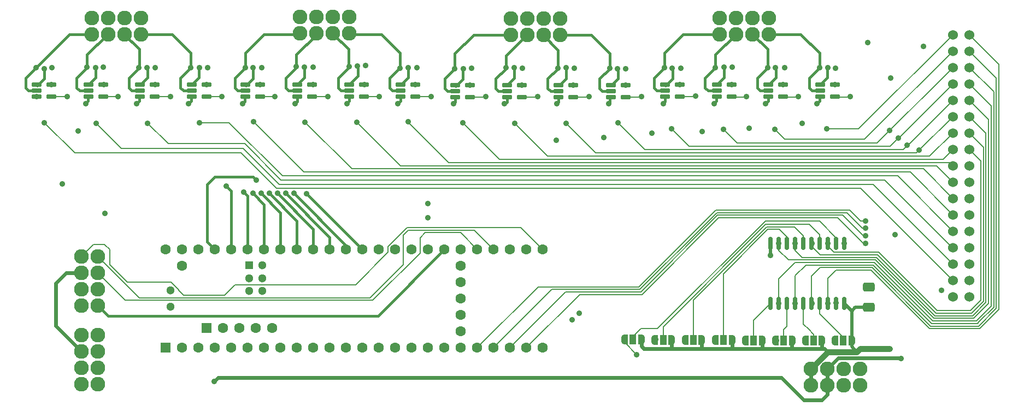
<source format=gbr>
%TF.GenerationSoftware,KiCad,Pcbnew,8.0.3-1.fc40*%
%TF.CreationDate,2024-07-09T23:55:11-04:00*%
%TF.ProjectId,boards_v3,626f6172-6473-45f7-9633-2e6b69636164,rev?*%
%TF.SameCoordinates,Original*%
%TF.FileFunction,Copper,L1,Top*%
%TF.FilePolarity,Positive*%
%FSLAX46Y46*%
G04 Gerber Fmt 4.6, Leading zero omitted, Abs format (unit mm)*
G04 Created by KiCad (PCBNEW 8.0.3-1.fc40) date 2024-07-09 23:55:11*
%MOMM*%
%LPD*%
G01*
G04 APERTURE LIST*
G04 Aperture macros list*
%AMRoundRect*
0 Rectangle with rounded corners*
0 $1 Rounding radius*
0 $2 $3 $4 $5 $6 $7 $8 $9 X,Y pos of 4 corners*
0 Add a 4 corners polygon primitive as box body*
4,1,4,$2,$3,$4,$5,$6,$7,$8,$9,$2,$3,0*
0 Add four circle primitives for the rounded corners*
1,1,$1+$1,$2,$3*
1,1,$1+$1,$4,$5*
1,1,$1+$1,$6,$7*
1,1,$1+$1,$8,$9*
0 Add four rect primitives between the rounded corners*
20,1,$1+$1,$2,$3,$4,$5,0*
20,1,$1+$1,$4,$5,$6,$7,0*
20,1,$1+$1,$6,$7,$8,$9,0*
20,1,$1+$1,$8,$9,$2,$3,0*%
%AMFreePoly0*
4,1,19,0.550000,-0.750000,0.000000,-0.750000,0.000000,-0.744911,-0.071157,-0.744911,-0.207708,-0.704816,-0.327430,-0.627875,-0.420627,-0.520320,-0.479746,-0.390866,-0.500000,-0.250000,-0.500000,0.250000,-0.479746,0.390866,-0.420627,0.520320,-0.327430,0.627875,-0.207708,0.704816,-0.071157,0.744911,0.000000,0.744911,0.000000,0.750000,0.550000,0.750000,0.550000,-0.750000,0.550000,-0.750000,
$1*%
%AMFreePoly1*
4,1,19,0.000000,0.744911,0.071157,0.744911,0.207708,0.704816,0.327430,0.627875,0.420627,0.520320,0.479746,0.390866,0.500000,0.250000,0.500000,-0.250000,0.479746,-0.390866,0.420627,-0.520320,0.327430,-0.627875,0.207708,-0.704816,0.071157,-0.744911,0.000000,-0.744911,0.000000,-0.750000,-0.550000,-0.750000,-0.550000,0.750000,0.000000,0.750000,0.000000,0.744911,0.000000,0.744911,
$1*%
G04 Aperture macros list end*
%TA.AperFunction,SMDPad,CuDef*%
%ADD10RoundRect,0.250000X0.650000X-0.412500X0.650000X0.412500X-0.650000X0.412500X-0.650000X-0.412500X0*%
%TD*%
%TA.AperFunction,SMDPad,CuDef*%
%ADD11RoundRect,0.150000X-0.650000X-0.150000X0.650000X-0.150000X0.650000X0.150000X-0.650000X0.150000X0*%
%TD*%
%TA.AperFunction,ComponentPad*%
%ADD12C,2.286000*%
%TD*%
%TA.AperFunction,SMDPad,CuDef*%
%ADD13FreePoly0,0.000000*%
%TD*%
%TA.AperFunction,SMDPad,CuDef*%
%ADD14R,1.000000X1.500000*%
%TD*%
%TA.AperFunction,SMDPad,CuDef*%
%ADD15FreePoly1,0.000000*%
%TD*%
%TA.AperFunction,ComponentPad*%
%ADD16R,1.600000X1.600000*%
%TD*%
%TA.AperFunction,ComponentPad*%
%ADD17C,1.600000*%
%TD*%
%TA.AperFunction,ComponentPad*%
%ADD18R,1.300000X1.300000*%
%TD*%
%TA.AperFunction,ComponentPad*%
%ADD19C,1.300000*%
%TD*%
%TA.AperFunction,SMDPad,CuDef*%
%ADD20RoundRect,0.150000X-0.150000X0.875000X-0.150000X-0.875000X0.150000X-0.875000X0.150000X0.875000X0*%
%TD*%
%TA.AperFunction,ComponentPad*%
%ADD21C,1.524000*%
%TD*%
%TA.AperFunction,ViaPad*%
%ADD22C,0.900000*%
%TD*%
%TA.AperFunction,Conductor*%
%ADD23C,0.200000*%
%TD*%
%TA.AperFunction,Conductor*%
%ADD24C,0.900000*%
%TD*%
%TA.AperFunction,Conductor*%
%ADD25C,0.400000*%
%TD*%
%TA.AperFunction,Conductor*%
%ADD26C,0.500000*%
%TD*%
%TA.AperFunction,Conductor*%
%ADD27C,0.600000*%
%TD*%
G04 APERTURE END LIST*
D10*
%TO.P,C13,1*%
%TO.N,+3.3V*%
X193500000Y-70262500D03*
%TO.P,C13,2*%
%TO.N,GND*%
X193500000Y-67137500D03*
%TD*%
D11*
%TO.P,U7,1,Y*%
%TO.N,Net-(J9-Pin_6)*%
X145450000Y-35780000D03*
%TO.P,U7,2,Z*%
%TO.N,Net-(J2-Pin_7)*%
X145450000Y-36730000D03*
%TO.P,U7,3,GND*%
%TO.N,GND*%
X145450000Y-37680000D03*
%TO.P,U7,4,~E*%
%TO.N,Net-(U10-~E)*%
X147750000Y-37680000D03*
%TO.P,U7,5,VCC*%
%TO.N,+3.3V*%
X147750000Y-35780000D03*
%TD*%
D12*
%TO.P,J2,1,Pin_1*%
%TO.N,+3.3V*%
X145700000Y-25490000D03*
%TO.P,J2,2,Pin_2*%
%TO.N,unconnected-(J2-Pin_2-Pad2)*%
X143160000Y-25490000D03*
%TO.P,J2,3,Pin_3*%
%TO.N,unconnected-(J2-Pin_3-Pad3)*%
X140620000Y-25490000D03*
%TO.P,J2,4,Pin_4*%
%TO.N,GND*%
X138080000Y-25490000D03*
%TO.P,J2,5,Pin_5*%
%TO.N,Net-(J2-Pin_5)*%
X138080001Y-28030000D03*
%TO.P,J2,6,Pin_6*%
%TO.N,Net-(J2-Pin_6)*%
X140620000Y-28030000D03*
%TO.P,J2,7,Pin_7*%
%TO.N,Net-(J2-Pin_7)*%
X143160000Y-28030000D03*
%TO.P,J2,8,Pin_8*%
%TO.N,Net-(J2-Pin_8)*%
X145700000Y-28030000D03*
%TD*%
D11*
%TO.P,U9,1,Y*%
%TO.N,Net-(J9-Pin_8)*%
X129450000Y-35780000D03*
%TO.P,U9,2,Z*%
%TO.N,Net-(J2-Pin_5)*%
X129450000Y-36730000D03*
%TO.P,U9,3,GND*%
%TO.N,GND*%
X129450000Y-37680000D03*
%TO.P,U9,4,~E*%
%TO.N,Net-(U10-~E)*%
X131750000Y-37680000D03*
%TO.P,U9,5,VCC*%
%TO.N,+3.3V*%
X131750000Y-35780000D03*
%TD*%
%TO.P,U17,1,Y*%
%TO.N,Net-(J9-Pin_16)*%
X64600000Y-35700000D03*
%TO.P,U17,2,Z*%
%TO.N,Net-(J4-Pin_5)*%
X64600000Y-36650000D03*
%TO.P,U17,3,GND*%
%TO.N,GND*%
X64600000Y-37600000D03*
%TO.P,U17,4,~E*%
%TO.N,Net-(U10-~E)*%
X66900000Y-37600000D03*
%TO.P,U17,5,VCC*%
%TO.N,+3.3V*%
X66900000Y-35700000D03*
%TD*%
%TO.P,U11,1,Y*%
%TO.N,Net-(J9-Pin_10)*%
X113000000Y-35700000D03*
%TO.P,U11,2,Z*%
%TO.N,Net-(J3-Pin_7)*%
X113000000Y-36650000D03*
%TO.P,U11,3,GND*%
%TO.N,GND*%
X113000000Y-37600000D03*
%TO.P,U11,4,~E*%
%TO.N,Net-(U10-~E)*%
X115300000Y-37600000D03*
%TO.P,U11,5,VCC*%
%TO.N,+3.3V*%
X115300000Y-35700000D03*
%TD*%
D13*
%TO.P,JP24,1,A*%
%TO.N,GND*%
X188290001Y-75392500D03*
D14*
%TO.P,JP24,2,C*%
%TO.N,Net-(JP24-C)*%
X189590001Y-75392500D03*
D15*
%TO.P,JP24,3,B*%
%TO.N,+3.3V*%
X190890001Y-75392500D03*
%TD*%
D11*
%TO.P,U4,1,Y*%
%TO.N,Net-(J9-Pin_3)*%
X169980000Y-35700000D03*
%TO.P,U4,2,Z*%
%TO.N,Net-(J1-Pin_6)*%
X169980000Y-36650000D03*
%TO.P,U4,3,GND*%
%TO.N,GND*%
X169980000Y-37600000D03*
%TO.P,U4,4,~E*%
%TO.N,Net-(U10-~E)*%
X172280000Y-37600000D03*
%TO.P,U4,5,VCC*%
%TO.N,+3.3V*%
X172280000Y-35700000D03*
%TD*%
D13*
%TO.P,JP22,1,A*%
%TO.N,GND*%
X179050001Y-75400000D03*
D14*
%TO.P,JP22,2,C*%
%TO.N,Net-(JP22-C)*%
X180350001Y-75400000D03*
D15*
%TO.P,JP22,3,B*%
%TO.N,+3.3V*%
X181650001Y-75400000D03*
%TD*%
D11*
%TO.P,U12,1,Y*%
%TO.N,Net-(J9-Pin_11)*%
X105000000Y-35700000D03*
%TO.P,U12,2,Z*%
%TO.N,Net-(J3-Pin_6)*%
X105000000Y-36650000D03*
%TO.P,U12,3,GND*%
%TO.N,GND*%
X105000000Y-37600000D03*
%TO.P,U12,4,~E*%
%TO.N,Net-(U10-~E)*%
X107300000Y-37600000D03*
%TO.P,U12,5,VCC*%
%TO.N,+3.3V*%
X107300000Y-35700000D03*
%TD*%
%TO.P,U5,1,Y*%
%TO.N,Net-(J9-Pin_4)*%
X161980000Y-35700000D03*
%TO.P,U5,2,Z*%
%TO.N,Net-(J1-Pin_5)*%
X161980000Y-36650000D03*
%TO.P,U5,3,GND*%
%TO.N,GND*%
X161980000Y-37600000D03*
%TO.P,U5,4,~E*%
%TO.N,Net-(U10-~E)*%
X164280000Y-37600000D03*
%TO.P,U5,5,VCC*%
%TO.N,+3.3V*%
X164280000Y-35700000D03*
%TD*%
D16*
%TO.P,U1,1,GND*%
%TO.N,unconnected-(U1-GND-Pad1)*%
X84600000Y-76540000D03*
D17*
%TO.P,U1,2,0_RX1_CRX2_CS1*%
%TO.N,Net-(J7-Pin_4)*%
X87140000Y-76540000D03*
%TO.P,U1,3,1_TX1_CTX2_MISO1*%
%TO.N,Net-(J7-Pin_3)*%
X89680000Y-76540000D03*
%TO.P,U1,4,2_OUT2*%
%TO.N,Net-(J7-Pin_2)*%
X92220000Y-76540000D03*
%TO.P,U1,5,3_LRCLK2*%
%TO.N,Net-(J7-Pin_1)*%
X94760000Y-76540000D03*
%TO.P,U1,6,4_BCLK2*%
%TO.N,Net-(J7-Pin_5)*%
X97300000Y-76540000D03*
%TO.P,U1,7,5_IN2*%
%TO.N,Net-(J9-Pin_34)*%
X99840000Y-76540000D03*
%TO.P,U1,8,6_OUT1D*%
%TO.N,Net-(J9-Pin_33)*%
X102380000Y-76540000D03*
%TO.P,U1,9,7_RX2_OUT1A*%
%TO.N,Net-(J9-Pin_32)*%
X104920000Y-76540000D03*
%TO.P,U1,10,8_TX2_IN1*%
%TO.N,Net-(J9-Pin_31)*%
X107460000Y-76540000D03*
%TO.P,U1,11,9_OUT1C*%
%TO.N,Net-(J9-Pin_30)*%
X110000000Y-76540000D03*
%TO.P,U1,12,10_CS_MQSR*%
%TO.N,Net-(J9-Pin_29)*%
X112540000Y-76540000D03*
%TO.P,U1,13,11_MOSI_CTX1*%
%TO.N,Net-(J9-Pin_28)*%
X115080000Y-76540000D03*
%TO.P,U1,14,12_MISO_MQSL*%
%TO.N,Net-(J9-Pin_27)*%
X117620000Y-76540000D03*
%TO.P,U1,15,3V3*%
%TO.N,unconnected-(U1-3V3-Pad15)*%
X120160000Y-76540000D03*
%TO.P,U1,16,24_A10_TX6_SCL2*%
%TO.N,Net-(J9-Pin_6)*%
X122700000Y-76540000D03*
%TO.P,U1,17,25_A11_RX6_SDA2*%
%TO.N,Net-(J9-Pin_5)*%
X125240000Y-76540000D03*
%TO.P,U1,18,26_A12_MOSI1*%
%TO.N,Net-(J9-Pin_4)*%
X127780000Y-76540000D03*
%TO.P,U1,19,27_A13_SCK1*%
%TO.N,Net-(J9-Pin_3)*%
X130320000Y-76540000D03*
%TO.P,U1,20,28_RX7*%
%TO.N,Net-(J9-Pin_26)*%
X132860000Y-76540000D03*
%TO.P,U1,21,29_TX7*%
%TO.N,Net-(J9-Pin_25)*%
X135400000Y-76540000D03*
%TO.P,U1,22,30_CRX3*%
%TO.N,Net-(J9-Pin_24)*%
X137940000Y-76540000D03*
%TO.P,U1,23,31_CTX3*%
%TO.N,Net-(J9-Pin_23)*%
X140480000Y-76540000D03*
%TO.P,U1,24,32_OUT1B*%
%TO.N,unconnected-(U1-32_OUT1B-Pad24)*%
X143020000Y-76540000D03*
%TO.P,U1,25,33_MCLK2*%
%TO.N,Net-(J8-Pin_5)*%
X143020000Y-61300000D03*
%TO.P,U1,26,34_RX8*%
%TO.N,Net-(J6-Pin_5)*%
X140480000Y-61300000D03*
%TO.P,U1,27,35_TX8*%
%TO.N,Net-(J6-Pin_4)*%
X137940000Y-61300000D03*
%TO.P,U1,28,36_CS*%
%TO.N,Net-(J8-Pin_4)*%
X135400000Y-61300000D03*
%TO.P,U1,29,37_CS*%
%TO.N,Net-(J8-Pin_3)*%
X132860000Y-61300000D03*
%TO.P,U1,30,38_CS1_IN1*%
%TO.N,Net-(J8-Pin_2)*%
X130320000Y-61300000D03*
%TO.P,U1,31,39_MISO1_OUT1A*%
%TO.N,Net-(J8-Pin_1)*%
X127780000Y-61300000D03*
%TO.P,U1,32,40_A16*%
%TO.N,Net-(J9-Pin_2)*%
X125240000Y-61300000D03*
%TO.P,U1,33,41_A17*%
%TO.N,Net-(J9-Pin_1)*%
X122700000Y-61300000D03*
%TO.P,U1,34,GND*%
%TO.N,unconnected-(U1-GND-Pad34)*%
X120160000Y-61300000D03*
%TO.P,U1,35,13_SCK_LED*%
%TO.N,unconnected-(U1-13_SCK_LED-Pad35)*%
X117620000Y-61300000D03*
%TO.P,U1,36,14_A0_TX3_SPDIF_OUT*%
%TO.N,Net-(J9-Pin_16)*%
X115080000Y-61300000D03*
%TO.P,U1,37,15_A1_RX3_SPDIF_IN*%
%TO.N,Net-(J9-Pin_15)*%
X112540000Y-61300000D03*
%TO.P,U1,38,16_A2_RX4_SCL1*%
%TO.N,Net-(J9-Pin_14)*%
X110000000Y-61300000D03*
%TO.P,U1,39,17_A3_TX4_SDA1*%
%TO.N,Net-(J9-Pin_13)*%
X107460000Y-61300000D03*
%TO.P,U1,40,18_A4_SDA*%
%TO.N,Net-(J9-Pin_12)*%
X104920000Y-61300000D03*
%TO.P,U1,41,19_A5_SCL*%
%TO.N,Net-(J9-Pin_11)*%
X102380000Y-61300000D03*
%TO.P,U1,42,20_A6_TX5_LRCLK1*%
%TO.N,Net-(J9-Pin_10)*%
X99840000Y-61300000D03*
%TO.P,U1,43,21_A7_RX5_BCLK1*%
%TO.N,Net-(J9-Pin_9)*%
X97300000Y-61300000D03*
%TO.P,U1,44,22_A8_CTX1*%
%TO.N,Net-(J9-Pin_8)*%
X94760000Y-61300000D03*
%TO.P,U1,45,23_A9_CRX1_MCLK1*%
%TO.N,Net-(J9-Pin_7)*%
X92220000Y-61300000D03*
%TO.P,U1,46,3V3*%
%TO.N,unconnected-(U1-3V3-Pad46)*%
X89680000Y-61300000D03*
%TO.P,U1,47,GND*%
%TO.N,GND*%
X87140000Y-61300000D03*
%TO.P,U1,48,VIN*%
%TO.N,+5V*%
X84600000Y-61300000D03*
%TO.P,U1,49,VUSB*%
%TO.N,unconnected-(U1-VUSB-Pad49)*%
X87140001Y-63840000D03*
%TO.P,U1,50,VBAT*%
%TO.N,unconnected-(U1-VBAT-Pad50)*%
X130320000Y-73999999D03*
%TO.P,U1,51,3V3*%
%TO.N,unconnected-(U1-3V3-Pad51)*%
X130320000Y-71460000D03*
%TO.P,U1,52,GND*%
%TO.N,unconnected-(U1-GND-Pad52)*%
X130320000Y-68920000D03*
%TO.P,U1,53,PROGRAM*%
%TO.N,unconnected-(U1-PROGRAM-Pad53)*%
X130320000Y-66380000D03*
%TO.P,U1,54,ON_OFF*%
%TO.N,unconnected-(U1-ON_OFF-Pad54)*%
X130320000Y-63840001D03*
D16*
%TO.P,U1,55,5V*%
%TO.N,unconnected-(U1-5V-Pad55)*%
X90899200Y-73489200D03*
D17*
%TO.P,U1,56,D-*%
%TO.N,unconnected-(U1-D--Pad56)*%
X93439200Y-73489200D03*
%TO.P,U1,57,D+*%
%TO.N,unconnected-(U1-D+-Pad57)*%
X95979200Y-73489200D03*
%TO.P,U1,58,GND*%
%TO.N,unconnected-(U1-GND-Pad58)*%
X98519200Y-73489200D03*
%TO.P,U1,59,GND*%
%TO.N,unconnected-(U1-GND-Pad59)*%
X101059200Y-73489200D03*
D18*
%TO.P,U1,60,R+*%
%TO.N,unconnected-(U1-R+-Pad60)*%
X97569999Y-63738400D03*
D19*
%TO.P,U1,61,LED*%
%TO.N,unconnected-(U1-LED-Pad61)*%
X97570000Y-65738400D03*
%TO.P,U1,62,T-*%
%TO.N,unconnected-(U1-T--Pad62)*%
X97570000Y-67738401D03*
%TO.P,U1,63,T+*%
%TO.N,unconnected-(U1-T+-Pad63)*%
X99570000Y-67738400D03*
%TO.P,U1,64,GND*%
%TO.N,unconnected-(U1-GND-Pad64)*%
X99570000Y-65738401D03*
%TO.P,U1,65,R-*%
%TO.N,unconnected-(U1-R--Pad65)*%
X99570000Y-63738400D03*
%TO.P,U1,66,D-*%
%TO.N,unconnected-(U1-D--Pad66)*%
X85329999Y-67650000D03*
%TO.P,U1,67,D+*%
%TO.N,unconnected-(U1-D+-Pad67)*%
X85329999Y-70190000D03*
%TD*%
D11*
%TO.P,U16,1,Y*%
%TO.N,Net-(J9-Pin_15)*%
X72600000Y-35700000D03*
%TO.P,U16,2,Z*%
%TO.N,Net-(J4-Pin_6)*%
X72600000Y-36650000D03*
%TO.P,U16,3,GND*%
%TO.N,GND*%
X72600000Y-37600000D03*
%TO.P,U16,4,~E*%
%TO.N,Net-(U10-~E)*%
X74900000Y-37600000D03*
%TO.P,U16,5,VCC*%
%TO.N,+3.3V*%
X74900000Y-35700000D03*
%TD*%
%TO.P,U2,1,Y*%
%TO.N,Net-(J9-Pin_1)*%
X185980000Y-35700000D03*
%TO.P,U2,2,Z*%
%TO.N,Net-(J1-Pin_8)*%
X185980000Y-36650000D03*
%TO.P,U2,3,GND*%
%TO.N,GND*%
X185980000Y-37600000D03*
%TO.P,U2,4,~E*%
%TO.N,Net-(U10-~E)*%
X188280000Y-37600000D03*
%TO.P,U2,5,VCC*%
%TO.N,+3.3V*%
X188280000Y-35700000D03*
%TD*%
%TO.P,U3,1,Y*%
%TO.N,Net-(J9-Pin_2)*%
X177980000Y-35700000D03*
%TO.P,U3,2,Z*%
%TO.N,Net-(J1-Pin_7)*%
X177980000Y-36650000D03*
%TO.P,U3,3,GND*%
%TO.N,GND*%
X177980000Y-37600000D03*
%TO.P,U3,4,~E*%
%TO.N,Net-(U10-~E)*%
X180280000Y-37600000D03*
%TO.P,U3,5,VCC*%
%TO.N,+3.3V*%
X180280000Y-35700000D03*
%TD*%
D13*
%TO.P,JP19,1,A*%
%TO.N,GND*%
X165070000Y-75329999D03*
D14*
%TO.P,JP19,2,C*%
%TO.N,Net-(JP19-C)*%
X166370000Y-75329999D03*
D15*
%TO.P,JP19,3,B*%
%TO.N,+3.3V*%
X167670000Y-75329999D03*
%TD*%
D12*
%TO.P,J1,1,Pin_1*%
%TO.N,+3.3V*%
X178080000Y-25360000D03*
%TO.P,J1,2,Pin_2*%
%TO.N,unconnected-(J1-Pin_2-Pad2)*%
X175540000Y-25360000D03*
%TO.P,J1,3,Pin_3*%
%TO.N,unconnected-(J1-Pin_3-Pad3)*%
X173000000Y-25360000D03*
%TO.P,J1,4,Pin_4*%
%TO.N,GND*%
X170460000Y-25360000D03*
%TO.P,J1,5,Pin_5*%
%TO.N,Net-(J1-Pin_5)*%
X170460001Y-27900000D03*
%TO.P,J1,6,Pin_6*%
%TO.N,Net-(J1-Pin_6)*%
X173000000Y-27900000D03*
%TO.P,J1,7,Pin_7*%
%TO.N,Net-(J1-Pin_7)*%
X175540000Y-27900000D03*
%TO.P,J1,8,Pin_8*%
%TO.N,Net-(J1-Pin_8)*%
X178080000Y-27900000D03*
%TD*%
D11*
%TO.P,U14,1,Y*%
%TO.N,Net-(J9-Pin_13)*%
X88600000Y-35700000D03*
%TO.P,U14,2,Z*%
%TO.N,Net-(J4-Pin_8)*%
X88600000Y-36650000D03*
%TO.P,U14,3,GND*%
%TO.N,GND*%
X88600000Y-37600000D03*
%TO.P,U14,4,~E*%
%TO.N,Net-(U10-~E)*%
X90900000Y-37600000D03*
%TO.P,U14,5,VCC*%
%TO.N,+3.3V*%
X90900000Y-35700000D03*
%TD*%
%TO.P,U8,1,Y*%
%TO.N,Net-(J9-Pin_7)*%
X137500000Y-35780000D03*
%TO.P,U8,2,Z*%
%TO.N,Net-(J2-Pin_6)*%
X137500000Y-36730000D03*
%TO.P,U8,3,GND*%
%TO.N,GND*%
X137500000Y-37680000D03*
%TO.P,U8,4,~E*%
%TO.N,Net-(U10-~E)*%
X139800000Y-37680000D03*
%TO.P,U8,5,VCC*%
%TO.N,+3.3V*%
X139800000Y-35780000D03*
%TD*%
%TO.P,U13,1,Y*%
%TO.N,Net-(J9-Pin_12)*%
X96900000Y-35700000D03*
%TO.P,U13,2,Z*%
%TO.N,Net-(J3-Pin_5)*%
X96900000Y-36650000D03*
%TO.P,U13,3,GND*%
%TO.N,GND*%
X96900000Y-37600000D03*
%TO.P,U13,4,~E*%
%TO.N,Net-(U10-~E)*%
X99200000Y-37600000D03*
%TO.P,U13,5,VCC*%
%TO.N,+3.3V*%
X99200000Y-35700000D03*
%TD*%
D12*
%TO.P,J7,1,Pin_1*%
%TO.N,Net-(J7-Pin_1)*%
X74100000Y-82200000D03*
%TO.P,J7,2,Pin_2*%
%TO.N,Net-(J7-Pin_2)*%
X74100000Y-79660000D03*
%TO.P,J7,3,Pin_3*%
%TO.N,Net-(J7-Pin_3)*%
X74100000Y-77120000D03*
%TO.P,J7,4,Pin_4*%
%TO.N,Net-(J7-Pin_4)*%
X74100000Y-74580000D03*
%TO.P,J7,5,Pin_5*%
%TO.N,Net-(J7-Pin_5)*%
X71560000Y-74580001D03*
%TO.P,J7,6,Pin_6*%
%TO.N,+5V*%
X71560000Y-77120000D03*
%TO.P,J7,7,Pin_7*%
%TO.N,+3.3V*%
X71560000Y-79660000D03*
%TO.P,J7,8,Pin_8*%
%TO.N,GND*%
X71560000Y-82200000D03*
%TD*%
%TO.P,J6,1,Pin_1*%
%TO.N,+3.3V*%
X184580000Y-82340000D03*
%TO.P,J6,2,Pin_2*%
%TO.N,+5V*%
X187120000Y-82340000D03*
%TO.P,J6,3,Pin_3*%
%TO.N,GND*%
X189660000Y-82340000D03*
%TO.P,J6,4,Pin_4*%
%TO.N,Net-(J6-Pin_4)*%
X192200000Y-82340000D03*
%TO.P,J6,5,Pin_5*%
%TO.N,Net-(J6-Pin_5)*%
X192200000Y-79800000D03*
%TO.P,J6,6,Pin_6*%
%TO.N,GND*%
X189660000Y-79800000D03*
%TO.P,J6,7,Pin_7*%
%TO.N,+5V*%
X187120000Y-79800000D03*
%TO.P,J6,8,Pin_8*%
%TO.N,+3.3V*%
X184580000Y-79800000D03*
%TD*%
D20*
%TO.P,U18,1,~E*%
%TO.N,GND*%
X189750000Y-60400000D03*
%TO.P,U18,2,A0*%
%TO.N,Net-(JP17-C)*%
X188480000Y-60400000D03*
%TO.P,U18,3,B0*%
%TO.N,Net-(J9-Pin_27)*%
X187210000Y-60399999D03*
%TO.P,U18,4,A1*%
%TO.N,Net-(JP18-C)*%
X185940000Y-60400000D03*
%TO.P,U18,5,B1*%
%TO.N,Net-(J9-Pin_28)*%
X184670000Y-60400000D03*
%TO.P,U18,6,A2*%
%TO.N,Net-(JP19-C)*%
X183400000Y-60400000D03*
%TO.P,U18,7,B2*%
%TO.N,Net-(J9-Pin_29)*%
X182130000Y-60400000D03*
%TO.P,U18,8,A3*%
%TO.N,Net-(JP20-C)*%
X180860000Y-60399999D03*
%TO.P,U18,9,B3*%
%TO.N,Net-(J9-Pin_30)*%
X179590000Y-60400000D03*
%TO.P,U18,10,GND*%
%TO.N,GND*%
X178320000Y-60400000D03*
%TO.P,U18,11,A4*%
%TO.N,Net-(JP21-C)*%
X178320000Y-69700000D03*
%TO.P,U18,12,B4*%
%TO.N,Net-(J9-Pin_31)*%
X179590000Y-69700000D03*
%TO.P,U18,13,A5*%
%TO.N,Net-(JP22-C)*%
X180860000Y-69700001D03*
%TO.P,U18,14,B5*%
%TO.N,Net-(J9-Pin_32)*%
X182130000Y-69700000D03*
%TO.P,U18,15,A6*%
%TO.N,Net-(JP23-C)*%
X183400000Y-69700000D03*
%TO.P,U18,16,B6*%
%TO.N,Net-(J9-Pin_33)*%
X184670000Y-69700000D03*
%TO.P,U18,17,A7*%
%TO.N,Net-(JP24-C)*%
X185940000Y-69700000D03*
%TO.P,U18,18,B7*%
%TO.N,Net-(J9-Pin_34)*%
X187210000Y-69700001D03*
%TO.P,U18,19,Y*%
%TO.N,Net-(U10-~E)*%
X188480000Y-69700000D03*
%TO.P,U18,20,VCC*%
%TO.N,+3.3V*%
X189750000Y-69700000D03*
%TD*%
D12*
%TO.P,J3,1,Pin_1*%
%TO.N,+3.3V*%
X113040000Y-25260000D03*
%TO.P,J3,2,Pin_2*%
%TO.N,unconnected-(J3-Pin_2-Pad2)*%
X110500000Y-25260000D03*
%TO.P,J3,3,Pin_3*%
%TO.N,unconnected-(J3-Pin_3-Pad3)*%
X107960000Y-25260000D03*
%TO.P,J3,4,Pin_4*%
%TO.N,GND*%
X105420000Y-25260000D03*
%TO.P,J3,5,Pin_5*%
%TO.N,Net-(J3-Pin_5)*%
X105420001Y-27800000D03*
%TO.P,J3,6,Pin_6*%
%TO.N,Net-(J3-Pin_6)*%
X107960000Y-27800000D03*
%TO.P,J3,7,Pin_7*%
%TO.N,Net-(J3-Pin_7)*%
X110500000Y-27800000D03*
%TO.P,J3,8,Pin_8*%
%TO.N,Net-(J3-Pin_8)*%
X113040000Y-27800000D03*
%TD*%
D13*
%TO.P,JP23,1,A*%
%TO.N,GND*%
X183690001Y-75435000D03*
D14*
%TO.P,JP23,2,C*%
%TO.N,Net-(JP23-C)*%
X184990001Y-75435000D03*
D15*
%TO.P,JP23,3,B*%
%TO.N,+3.3V*%
X186290001Y-75435000D03*
%TD*%
D12*
%TO.P,J8,1,Pin_1*%
%TO.N,Net-(J8-Pin_1)*%
X74040000Y-69980000D03*
%TO.P,J8,2,Pin_2*%
%TO.N,Net-(J8-Pin_2)*%
X74040000Y-67440000D03*
%TO.P,J8,3,Pin_3*%
%TO.N,Net-(J8-Pin_3)*%
X74040000Y-64900000D03*
%TO.P,J8,4,Pin_4*%
%TO.N,Net-(J8-Pin_4)*%
X74040000Y-62360000D03*
%TO.P,J8,5,Pin_5*%
%TO.N,Net-(J8-Pin_5)*%
X71500000Y-62360001D03*
%TO.P,J8,6,Pin_6*%
%TO.N,+5V*%
X71500000Y-64900000D03*
%TO.P,J8,7,Pin_7*%
%TO.N,+3.3V*%
X71500000Y-67440000D03*
%TO.P,J8,8,Pin_8*%
%TO.N,GND*%
X71500000Y-69980000D03*
%TD*%
D13*
%TO.P,JP20,1,A*%
%TO.N,GND*%
X169740000Y-75364999D03*
D14*
%TO.P,JP20,2,C*%
%TO.N,Net-(JP20-C)*%
X171040000Y-75364999D03*
D15*
%TO.P,JP20,3,B*%
%TO.N,+3.3V*%
X172340000Y-75364999D03*
%TD*%
D12*
%TO.P,J4,1,Pin_1*%
%TO.N,+3.3V*%
X80740000Y-25400000D03*
%TO.P,J4,2,Pin_2*%
%TO.N,unconnected-(J4-Pin_2-Pad2)*%
X78200000Y-25400000D03*
%TO.P,J4,3,Pin_3*%
%TO.N,unconnected-(J4-Pin_3-Pad3)*%
X75660000Y-25400000D03*
%TO.P,J4,4,Pin_4*%
%TO.N,GND*%
X73120000Y-25400000D03*
%TO.P,J4,5,Pin_5*%
%TO.N,Net-(J4-Pin_5)*%
X73120001Y-27940000D03*
%TO.P,J4,6,Pin_6*%
%TO.N,Net-(J4-Pin_6)*%
X75660000Y-27940000D03*
%TO.P,J4,7,Pin_7*%
%TO.N,Net-(J4-Pin_7)*%
X78200000Y-27940000D03*
%TO.P,J4,8,Pin_8*%
%TO.N,Net-(J4-Pin_8)*%
X80740000Y-27940000D03*
%TD*%
D11*
%TO.P,U15,1,Y*%
%TO.N,Net-(J9-Pin_14)*%
X80600000Y-35700000D03*
%TO.P,U15,2,Z*%
%TO.N,Net-(J4-Pin_7)*%
X80600000Y-36650000D03*
%TO.P,U15,3,GND*%
%TO.N,GND*%
X80600000Y-37600000D03*
%TO.P,U15,4,~E*%
%TO.N,Net-(U10-~E)*%
X82900000Y-37600000D03*
%TO.P,U15,5,VCC*%
%TO.N,+3.3V*%
X82900000Y-35700000D03*
%TD*%
%TO.P,U10,1,Y*%
%TO.N,Net-(J9-Pin_9)*%
X121000000Y-35700000D03*
%TO.P,U10,2,Z*%
%TO.N,Net-(J3-Pin_8)*%
X121000000Y-36650000D03*
%TO.P,U10,3,GND*%
%TO.N,GND*%
X121000000Y-37600000D03*
%TO.P,U10,4,~E*%
%TO.N,Net-(U10-~E)*%
X123300000Y-37600000D03*
%TO.P,U10,5,VCC*%
%TO.N,+3.3V*%
X123300000Y-35700000D03*
%TD*%
D13*
%TO.P,JP17,1,A*%
%TO.N,GND*%
X155699999Y-75294999D03*
D14*
%TO.P,JP17,2,C*%
%TO.N,Net-(JP17-C)*%
X156999999Y-75294999D03*
D15*
%TO.P,JP17,3,B*%
%TO.N,+3.3V*%
X158299999Y-75294999D03*
%TD*%
D11*
%TO.P,U6,1,Y*%
%TO.N,Net-(J9-Pin_5)*%
X153550000Y-35780000D03*
%TO.P,U6,2,Z*%
%TO.N,Net-(J2-Pin_8)*%
X153550000Y-36730000D03*
%TO.P,U6,3,GND*%
%TO.N,GND*%
X153550000Y-37680000D03*
%TO.P,U6,4,~E*%
%TO.N,Net-(U10-~E)*%
X155850000Y-37680000D03*
%TO.P,U6,5,VCC*%
%TO.N,+3.3V*%
X155850000Y-35780000D03*
%TD*%
D13*
%TO.P,JP21,1,A*%
%TO.N,GND*%
X174400000Y-75400000D03*
D14*
%TO.P,JP21,2,C*%
%TO.N,Net-(JP21-C)*%
X175700000Y-75400000D03*
D15*
%TO.P,JP21,3,B*%
%TO.N,+3.3V*%
X177000000Y-75400000D03*
%TD*%
D21*
%TO.P,J9,1,Pin_1*%
%TO.N,Net-(J9-Pin_1)*%
X206560000Y-27980000D03*
%TO.P,J9,2,Pin_2*%
%TO.N,Net-(J9-Pin_2)*%
X206560000Y-30520000D03*
%TO.P,J9,3,Pin_3*%
%TO.N,Net-(J9-Pin_3)*%
X206560000Y-33060000D03*
%TO.P,J9,4,Pin_4*%
%TO.N,Net-(J9-Pin_4)*%
X206560000Y-35600000D03*
%TO.P,J9,5,Pin_5*%
%TO.N,Net-(J9-Pin_5)*%
X206560000Y-38140000D03*
%TO.P,J9,6,Pin_6*%
%TO.N,Net-(J9-Pin_6)*%
X206560000Y-40680000D03*
%TO.P,J9,7,Pin_7*%
%TO.N,Net-(J9-Pin_7)*%
X206560000Y-43220000D03*
%TO.P,J9,8,Pin_8*%
%TO.N,Net-(J9-Pin_8)*%
X206560000Y-45760000D03*
%TO.P,J9,9,Pin_9*%
%TO.N,Net-(J9-Pin_9)*%
X206560000Y-48300000D03*
%TO.P,J9,10,Pin_10*%
%TO.N,Net-(J9-Pin_10)*%
X206560000Y-50840000D03*
%TO.P,J9,11,Pin_11*%
%TO.N,Net-(J9-Pin_11)*%
X206560000Y-53380000D03*
%TO.P,J9,12,Pin_12*%
%TO.N,Net-(J9-Pin_12)*%
X206560000Y-55920000D03*
%TO.P,J9,13,Pin_13*%
%TO.N,Net-(J9-Pin_13)*%
X206560000Y-58460000D03*
%TO.P,J9,14,Pin_14*%
%TO.N,Net-(J9-Pin_14)*%
X206560000Y-61000000D03*
%TO.P,J9,15,Pin_15*%
%TO.N,Net-(J9-Pin_15)*%
X206560000Y-63540000D03*
%TO.P,J9,16,Pin_16*%
%TO.N,Net-(J9-Pin_16)*%
X206560000Y-66080000D03*
%TO.P,J9,17,Pin_17*%
%TO.N,unconnected-(J9-Pin_17-Pad17)*%
X206560000Y-68620000D03*
%TO.P,J9,18,Pin_18*%
%TO.N,unconnected-(J9-Pin_18-Pad18)*%
X209100000Y-68620000D03*
%TO.P,J9,19,Pin_19*%
%TO.N,GND*%
X209100000Y-66080000D03*
%TO.P,J9,20,Pin_20*%
%TO.N,+3.3V*%
X209100000Y-63540000D03*
%TO.P,J9,21,Pin_21*%
%TO.N,+5V*%
X209100000Y-61000000D03*
%TO.P,J9,22,Pin_22*%
%TO.N,GND*%
X209100000Y-58460000D03*
%TO.P,J9,23,Pin_23*%
%TO.N,Net-(J9-Pin_23)*%
X209100000Y-55920000D03*
%TO.P,J9,24,Pin_24*%
%TO.N,Net-(J9-Pin_24)*%
X209100000Y-53380000D03*
%TO.P,J9,25,Pin_25*%
%TO.N,Net-(J9-Pin_25)*%
X209100000Y-50840000D03*
%TO.P,J9,26,Pin_26*%
%TO.N,Net-(J9-Pin_26)*%
X209100000Y-48300000D03*
%TO.P,J9,27,Pin_27*%
%TO.N,Net-(J9-Pin_27)*%
X209100000Y-45760000D03*
%TO.P,J9,28,Pin_28*%
%TO.N,Net-(J9-Pin_28)*%
X209100000Y-43220000D03*
%TO.P,J9,29,Pin_29*%
%TO.N,Net-(J9-Pin_29)*%
X209100000Y-40680000D03*
%TO.P,J9,30,Pin_30*%
%TO.N,Net-(J9-Pin_30)*%
X209100000Y-38140000D03*
%TO.P,J9,31,Pin_31*%
%TO.N,Net-(J9-Pin_31)*%
X209100000Y-35600000D03*
%TO.P,J9,32,Pin_32*%
%TO.N,Net-(J9-Pin_32)*%
X209100000Y-33060000D03*
%TO.P,J9,33,Pin_33*%
%TO.N,Net-(J9-Pin_33)*%
X209100000Y-30520000D03*
%TO.P,J9,34,Pin_34*%
%TO.N,Net-(J9-Pin_34)*%
X209100000Y-27980000D03*
%TD*%
D13*
%TO.P,JP18,1,A*%
%TO.N,GND*%
X160389999Y-75329999D03*
D14*
%TO.P,JP18,2,C*%
%TO.N,Net-(JP18-C)*%
X161689999Y-75329999D03*
D15*
%TO.P,JP18,3,B*%
%TO.N,+3.3V*%
X162989999Y-75329999D03*
%TD*%
D22*
%TO.N,Net-(U10-~E)*%
X69300000Y-37600000D03*
%TO.N,GND*%
X72200000Y-38700000D03*
%TO.N,Net-(U10-~E)*%
X77200000Y-37600000D03*
%TO.N,GND*%
X80100000Y-38700000D03*
%TO.N,Net-(U10-~E)*%
X85300000Y-37600000D03*
%TO.N,GND*%
X88100000Y-38700000D03*
%TO.N,Net-(U10-~E)*%
X93300000Y-37600000D03*
%TO.N,GND*%
X96500000Y-38700000D03*
%TO.N,Net-(U10-~E)*%
X101500000Y-37600000D03*
%TO.N,GND*%
X104600000Y-38700000D03*
%TO.N,Net-(U10-~E)*%
X109700000Y-37600000D03*
%TO.N,GND*%
X112700000Y-38700000D03*
%TO.N,Net-(U10-~E)*%
X117700000Y-37600000D03*
X125700000Y-37600000D03*
%TO.N,GND*%
X120600000Y-38700000D03*
%TO.N,Net-(U10-~E)*%
X142200000Y-37600000D03*
X134200000Y-37600000D03*
%TO.N,GND*%
X137100000Y-38700000D03*
X153200000Y-38700000D03*
%TO.N,Net-(U10-~E)*%
X150200000Y-37600000D03*
X158300000Y-37600000D03*
%TO.N,GND*%
X161700000Y-38700000D03*
%TO.N,Net-(U10-~E)*%
X166700000Y-37500000D03*
%TO.N,GND*%
X169600000Y-38700000D03*
%TO.N,Net-(U10-~E)*%
X174600000Y-37600000D03*
%TO.N,GND*%
X177500000Y-38700000D03*
%TO.N,Net-(U10-~E)*%
X182600000Y-37600000D03*
X190700000Y-37600000D03*
%TO.N,GND*%
X185500000Y-38700000D03*
X172380000Y-33000000D03*
X115600000Y-32800000D03*
X193500000Y-67200000D03*
%TO.N,Net-(J1-Pin_8)*%
X185880000Y-33100000D03*
%TO.N,GND*%
X160500000Y-75300000D03*
X196900000Y-34700000D03*
X188400000Y-33200000D03*
X91100000Y-33100000D03*
X193400000Y-29200000D03*
X107400000Y-33000000D03*
X152500000Y-43900000D03*
X164400000Y-33200000D03*
X183800000Y-75500000D03*
X188300000Y-75400000D03*
X145200000Y-38700000D03*
X197600000Y-59000000D03*
X68600000Y-51100000D03*
X83000000Y-33100000D03*
X64600000Y-37600000D03*
X123500000Y-33100000D03*
X169740000Y-75364999D03*
X147900000Y-33200000D03*
X139900000Y-33200000D03*
X179200000Y-75400000D03*
X132000000Y-33200000D03*
X155900000Y-33300000D03*
X180500000Y-33100000D03*
X145100000Y-44400000D03*
X167700000Y-43000000D03*
X204800000Y-67600000D03*
X99500000Y-33100000D03*
X178300000Y-62200000D03*
X165070000Y-75329999D03*
X67000000Y-33100000D03*
X175000000Y-42500000D03*
X174500000Y-75400000D03*
X183200000Y-41700000D03*
X129200000Y-38700000D03*
X189750000Y-60400000D03*
X159900000Y-43300000D03*
X75200000Y-55700000D03*
X71000000Y-42900000D03*
X202000000Y-29800000D03*
X157600000Y-77600000D03*
X74900000Y-33000000D03*
%TO.N,Net-(J1-Pin_6)*%
X169780000Y-33100000D03*
%TO.N,Net-(J1-Pin_7)*%
X177880000Y-33100000D03*
%TO.N,Net-(J1-Pin_5)*%
X161880000Y-33100000D03*
%TO.N,+3.3V*%
X139800000Y-35780000D03*
X164280000Y-35700000D03*
X131750000Y-35780000D03*
%TO.N,Net-(J9-Pin_1)*%
X187180000Y-33100000D03*
%TO.N,+3.3V*%
X172280000Y-35700000D03*
X107400000Y-35700000D03*
X123300000Y-35700000D03*
%TO.N,Net-(J9-Pin_1)*%
X187000000Y-42600000D03*
%TO.N,+3.3V*%
X196800000Y-76700000D03*
X180280000Y-35700000D03*
X83000000Y-35700000D03*
X155850000Y-35780000D03*
X66900000Y-35700000D03*
X115400000Y-35700000D03*
X75000000Y-35700000D03*
X90900000Y-35700000D03*
X147750000Y-35780000D03*
X188280000Y-35700000D03*
X99200000Y-35700000D03*
%TO.N,Net-(J2-Pin_7)*%
X145400000Y-33200000D03*
%TO.N,Net-(J2-Pin_8)*%
X153400000Y-33200000D03*
%TO.N,Net-(J2-Pin_6)*%
X137300000Y-33130000D03*
%TO.N,Net-(J2-Pin_5)*%
X129400000Y-33230000D03*
%TO.N,Net-(J3-Pin_7)*%
X113000000Y-32900000D03*
%TO.N,Net-(J3-Pin_6)*%
X104800000Y-32900000D03*
%TO.N,Net-(J3-Pin_5)*%
X96900000Y-33100000D03*
%TO.N,Net-(J3-Pin_8)*%
X120900000Y-33200000D03*
%TO.N,Net-(J4-Pin_8)*%
X88500000Y-33100000D03*
%TO.N,Net-(J4-Pin_6)*%
X72400000Y-33000000D03*
%TO.N,Net-(J4-Pin_5)*%
X64500000Y-33100000D03*
%TO.N,Net-(J4-Pin_7)*%
X80400000Y-33100000D03*
%TO.N,+5V*%
X92100000Y-81800000D03*
X198500000Y-78200000D03*
%TO.N,Net-(J6-Pin_5)*%
X147600000Y-72200000D03*
%TO.N,Net-(J6-Pin_4)*%
X148700000Y-71200000D03*
%TO.N,Net-(U10-~E)*%
X188500000Y-69600000D03*
%TO.N,Net-(J9-Pin_24)*%
X193000000Y-59200000D03*
%TO.N,Net-(J9-Pin_33)*%
X184700000Y-69700000D03*
%TO.N,Net-(J9-Pin_14)*%
X81800000Y-41720000D03*
X81700000Y-33100000D03*
X103197392Y-52600000D03*
%TO.N,Net-(J9-Pin_26)*%
X193000000Y-56900000D03*
%TO.N,Net-(J9-Pin_13)*%
X89800000Y-41620000D03*
X89800000Y-33100000D03*
X101924601Y-52600000D03*
%TO.N,Net-(J9-Pin_25)*%
X193000000Y-58000000D03*
%TO.N,Net-(J9-Pin_11)*%
X99379018Y-52600000D03*
X106200000Y-41550000D03*
X106100000Y-33000000D03*
%TO.N,Net-(J9-Pin_5)*%
X154660000Y-41640000D03*
X199500000Y-45100000D03*
X154600000Y-33230000D03*
%TO.N,Net-(J9-Pin_15)*%
X73700000Y-33100000D03*
X104470184Y-52600000D03*
X73800000Y-41720000D03*
%TO.N,Net-(J9-Pin_29)*%
X182100000Y-60400000D03*
%TO.N,Net-(J9-Pin_7)*%
X98600000Y-50500000D03*
X138660000Y-41740000D03*
X138600000Y-33130000D03*
%TO.N,Net-(J9-Pin_6)*%
X146660000Y-41740000D03*
X146600000Y-33130000D03*
X201300000Y-45900000D03*
%TO.N,Net-(J9-Pin_10)*%
X98106226Y-52599999D03*
X114280000Y-32880000D03*
X114200000Y-41550000D03*
%TO.N,Net-(J9-Pin_23)*%
X193000000Y-60400000D03*
%TO.N,Net-(J9-Pin_16)*%
X65800000Y-41620000D03*
X106458511Y-52678511D03*
X65750000Y-33250000D03*
%TO.N,Net-(J9-Pin_34)*%
X187200000Y-69700000D03*
%TO.N,Net-(J9-Pin_32)*%
X182100000Y-69700000D03*
%TO.N,Net-(J9-Pin_2)*%
X179080000Y-33100000D03*
X125240000Y-56400000D03*
X179000000Y-42700000D03*
X125240000Y-54200000D03*
%TO.N,Net-(J9-Pin_12)*%
X100651809Y-52600000D03*
X98100000Y-33100000D03*
X98200000Y-41450000D03*
%TO.N,Net-(J9-Pin_3)*%
X171080000Y-33000000D03*
X196800000Y-42800000D03*
X171000000Y-42700000D03*
%TO.N,Net-(J9-Pin_30)*%
X179600000Y-60400000D03*
%TO.N,Net-(J9-Pin_9)*%
X96700000Y-52400000D03*
X122200000Y-33100000D03*
X122200000Y-41450000D03*
%TO.N,Net-(J9-Pin_28)*%
X184700000Y-60400000D03*
%TO.N,Net-(J9-Pin_31)*%
X179600000Y-69700000D03*
%TO.N,Net-(J9-Pin_8)*%
X130700000Y-33230000D03*
X130660000Y-41640000D03*
X94000000Y-51500000D03*
%TO.N,Net-(J9-Pin_4)*%
X163000000Y-42600000D03*
X163080000Y-33200000D03*
X198100000Y-44000000D03*
%TO.N,Net-(J9-Pin_27)*%
X187200000Y-60400000D03*
%TD*%
D23*
%TO.N,Net-(U10-~E)*%
X134200000Y-37600000D02*
X134120000Y-37680000D01*
X134120000Y-37680000D02*
X131750000Y-37680000D01*
X190620000Y-37680000D02*
X190700000Y-37600000D01*
X188250000Y-37680000D02*
X190620000Y-37680000D01*
X182620000Y-37680000D02*
X182700000Y-37600000D01*
X180250000Y-37680000D02*
X182620000Y-37680000D01*
X174520000Y-37680000D02*
X174600000Y-37600000D01*
X172150000Y-37680000D02*
X174520000Y-37680000D01*
X166620000Y-37580000D02*
X166700000Y-37500000D01*
X164250000Y-37580000D02*
X166620000Y-37580000D01*
X158220000Y-37680000D02*
X158300000Y-37600000D01*
X155850000Y-37680000D02*
X158220000Y-37680000D01*
X150120000Y-37680000D02*
X150200000Y-37600000D01*
X147750000Y-37680000D02*
X150120000Y-37680000D01*
X142220000Y-37680000D02*
X142300000Y-37600000D01*
X139850000Y-37680000D02*
X142220000Y-37680000D01*
X123300000Y-37600000D02*
X125600000Y-37600000D01*
X115300000Y-37600000D02*
X117600000Y-37600000D01*
X107300000Y-37600000D02*
X109600000Y-37600000D01*
X99200000Y-37600000D02*
X101500000Y-37600000D01*
X90900000Y-37600000D02*
X93200000Y-37600000D01*
X82900000Y-37600000D02*
X85200000Y-37600000D01*
X74900000Y-37600000D02*
X77200000Y-37600000D01*
X66900000Y-37600000D02*
X69200000Y-37600000D01*
D24*
%TO.N,+3.3V*%
X196800000Y-76700000D02*
X192200000Y-76700000D01*
X192200000Y-76700000D02*
X191700000Y-77200000D01*
D23*
%TO.N,Net-(J9-Pin_16)*%
X65750000Y-33250000D02*
X65750000Y-33050000D01*
D25*
X65750000Y-33250000D02*
X65750000Y-34750000D01*
X65750000Y-34750000D02*
X64650000Y-35850000D01*
D23*
%TO.N,Net-(J9-Pin_23)*%
X193000000Y-60400000D02*
X192700000Y-60400000D01*
X192700000Y-60400000D02*
X188700000Y-56400000D01*
X188700000Y-56400000D02*
X170297058Y-56400000D01*
X170297058Y-56400000D02*
X158397058Y-68300000D01*
X158397058Y-68300000D02*
X148720000Y-68300000D01*
X148720000Y-68300000D02*
X140480000Y-76540000D01*
%TO.N,Net-(J9-Pin_24)*%
X193000000Y-59200000D02*
X192900000Y-59300000D01*
X192700000Y-59200000D02*
X189500000Y-56000000D01*
X158231372Y-67900000D02*
X146580000Y-67900000D01*
X170131372Y-56000000D02*
X158231372Y-67900000D01*
X146580000Y-67900000D02*
X137940000Y-76540000D01*
X189500000Y-56000000D02*
X170131372Y-56000000D01*
X193000000Y-59200000D02*
X192700000Y-59200000D01*
%TO.N,Net-(J9-Pin_25)*%
X158065686Y-67500000D02*
X144440000Y-67500000D01*
X167932843Y-57632843D02*
X158065686Y-67500000D01*
X190131371Y-55600000D02*
X169965686Y-55600000D01*
X169731372Y-55834315D02*
X167932844Y-57632843D01*
X144440000Y-67500000D02*
X135400000Y-76540000D01*
X167932844Y-57632843D02*
X167932843Y-57632843D01*
X169965686Y-55600000D02*
X169731372Y-55834315D01*
X193000000Y-58000000D02*
X192531371Y-58000000D01*
X192531371Y-58000000D02*
X190131371Y-55600000D01*
%TO.N,Net-(J9-Pin_26)*%
X193000000Y-56900000D02*
X192300000Y-56900000D01*
X192300000Y-56900000D02*
X190600000Y-55200000D01*
X190600000Y-55200000D02*
X169800000Y-55200000D01*
X169800000Y-55200000D02*
X157900000Y-67100000D01*
X157900000Y-67100000D02*
X142300000Y-67100000D01*
X142300000Y-67100000D02*
X132860000Y-76540000D01*
D26*
%TO.N,+3.3V*%
X190890001Y-70840001D02*
X191467502Y-70262500D01*
X191467502Y-70262500D02*
X193500000Y-70262500D01*
D25*
%TO.N,Net-(J1-Pin_8)*%
X182980000Y-27900000D02*
X178080000Y-27900000D01*
X184280000Y-34700000D02*
X185880000Y-33100000D01*
X185880000Y-30800000D02*
X182980000Y-27900000D01*
X185980000Y-36650000D02*
X184730000Y-36650000D01*
X184280000Y-36200000D02*
X184280000Y-34700000D01*
X184730000Y-36650000D02*
X184280000Y-36200000D01*
X185880000Y-33100000D02*
X185880000Y-30800000D01*
D26*
%TO.N,GND*%
X178320000Y-60400000D02*
X178320000Y-62180000D01*
D25*
X88550000Y-37480000D02*
X88550000Y-38250000D01*
X137300000Y-38600000D02*
X137250000Y-38650000D01*
X185950000Y-38250000D02*
X185700000Y-38500000D01*
X96850000Y-38350000D02*
X96600000Y-38600000D01*
X177950000Y-37480000D02*
X177950000Y-38250000D01*
X129450000Y-38450000D02*
X129200000Y-38700000D01*
X137500000Y-37630000D02*
X137500000Y-38400000D01*
X153450000Y-38350000D02*
X153200000Y-38600000D01*
X104950000Y-37580000D02*
X104950000Y-38350000D01*
X145450000Y-38450000D02*
X145200000Y-38700000D01*
X177950000Y-38250000D02*
X177700000Y-38500000D01*
X72550000Y-37480000D02*
X72550000Y-38250000D01*
X137500000Y-38400000D02*
X137300000Y-38600000D01*
X129450000Y-37680000D02*
X129450000Y-38450000D01*
X72550000Y-38250000D02*
X72300000Y-38500000D01*
D23*
X178320000Y-62180000D02*
X178300000Y-62200000D01*
D25*
X185950000Y-37480000D02*
X185950000Y-38250000D01*
X88550000Y-38250000D02*
X88300000Y-38500000D01*
X104950000Y-38350000D02*
X104700000Y-38600000D01*
X161950000Y-37580000D02*
X161950000Y-38350000D01*
X153450000Y-37580000D02*
X153450000Y-38350000D01*
X145450000Y-37680000D02*
X145450000Y-38450000D01*
D23*
X155699999Y-75699999D02*
X155699999Y-75294999D01*
D25*
X120950000Y-37480000D02*
X120950000Y-38250000D01*
X113050000Y-37480000D02*
X113050000Y-38250000D01*
X169950000Y-37480000D02*
X169950000Y-38250000D01*
X120950000Y-38250000D02*
X120700000Y-38500000D01*
D23*
X157600000Y-77600000D02*
X155699999Y-75699999D01*
D25*
X169950000Y-38250000D02*
X169700000Y-38500000D01*
X96850000Y-37580000D02*
X96850000Y-38350000D01*
X80550000Y-38250000D02*
X80300000Y-38500000D01*
X80550000Y-37480000D02*
X80550000Y-38250000D01*
X113050000Y-38250000D02*
X112800000Y-38500000D01*
X161950000Y-38350000D02*
X161700000Y-38600000D01*
%TO.N,Net-(J1-Pin_6)*%
X169780000Y-31100000D02*
X169780000Y-33100000D01*
X172980000Y-27900000D02*
X169780000Y-31100000D01*
X173000000Y-27900000D02*
X172980000Y-27900000D01*
X169780000Y-33100000D02*
X168180000Y-34700000D01*
X168630000Y-36650000D02*
X169880000Y-36650000D01*
X168180000Y-36200000D02*
X168630000Y-36650000D01*
X168180000Y-34700000D02*
X168180000Y-36200000D01*
%TO.N,Net-(J1-Pin_7)*%
X176280000Y-34700000D02*
X177880000Y-33100000D01*
X176730000Y-36650000D02*
X176280000Y-36200000D01*
X176280000Y-36200000D02*
X176280000Y-34700000D01*
X177980000Y-36650000D02*
X176730000Y-36650000D01*
X177880000Y-33100000D02*
X177880000Y-30240000D01*
X177880000Y-30240000D02*
X175540000Y-27900000D01*
%TO.N,Net-(J1-Pin_5)*%
X160730000Y-36650000D02*
X160280000Y-36200000D01*
X160280000Y-34700000D02*
X161880000Y-33100000D01*
X164780000Y-27900000D02*
X170460001Y-27900000D01*
X161980000Y-36650000D02*
X160730000Y-36650000D01*
X161880000Y-30800000D02*
X164780000Y-27900000D01*
X160280000Y-36200000D02*
X160280000Y-34700000D01*
X161880000Y-33100000D02*
X161880000Y-30800000D01*
D27*
%TO.N,+3.3V*%
X167700000Y-76700000D02*
X167670000Y-76670000D01*
D25*
%TO.N,Net-(J9-Pin_1)*%
X187130000Y-33150000D02*
X187180000Y-33100000D01*
D27*
%TO.N,+3.3V*%
X181600000Y-76700000D02*
X181600000Y-75450001D01*
D24*
X187180000Y-77200000D02*
X184580000Y-79800000D01*
D26*
X190890001Y-70840001D02*
X189750000Y-69700000D01*
X190890001Y-76390001D02*
X191700000Y-77200000D01*
D23*
%TO.N,Net-(J9-Pin_1)*%
X187000000Y-42600000D02*
X191940000Y-42600000D01*
D27*
%TO.N,+3.3V*%
X172400000Y-76700000D02*
X167700000Y-76700000D01*
D25*
%TO.N,Net-(J9-Pin_1)*%
X187130000Y-34650000D02*
X187130000Y-33150000D01*
D23*
X191940000Y-42600000D02*
X206560000Y-27980000D01*
D26*
%TO.N,+3.3V*%
X190890001Y-75392500D02*
X190890001Y-76390001D01*
D27*
X162989999Y-76589999D02*
X162989999Y-75329999D01*
X163100000Y-76700000D02*
X162989999Y-76589999D01*
D24*
X191700000Y-77200000D02*
X187180000Y-77200000D01*
D25*
%TO.N,Net-(J9-Pin_1)*%
X186030000Y-35750000D02*
X187130000Y-34650000D01*
D26*
%TO.N,+3.3V*%
X190890001Y-75392500D02*
X190890001Y-70840001D01*
D27*
X167700000Y-76700000D02*
X163100000Y-76700000D01*
X158700000Y-76700000D02*
X158299999Y-76299999D01*
X181600000Y-76700000D02*
X177000000Y-76700000D01*
X186300000Y-76700000D02*
X181600000Y-76700000D01*
X184600000Y-79730000D02*
X184600000Y-82270000D01*
X209100000Y-63600000D02*
X209100000Y-63540000D01*
X177000000Y-76700000D02*
X172400000Y-76700000D01*
X186680000Y-76700000D02*
X187180000Y-77200000D01*
X177000000Y-76700000D02*
X177000000Y-75400000D01*
D23*
%TO.N,Net-(J9-Pin_1)*%
X187180000Y-33100000D02*
X187130000Y-33050000D01*
D27*
%TO.N,+3.3V*%
X167670000Y-76670000D02*
X167670000Y-75329999D01*
X186290001Y-76690001D02*
X186290001Y-75435000D01*
D23*
%TO.N,Net-(J9-Pin_1)*%
X187130000Y-33050000D02*
X187130000Y-32950000D01*
D27*
%TO.N,+3.3V*%
X186300000Y-76700000D02*
X186290001Y-76690001D01*
X163100000Y-76700000D02*
X158700000Y-76700000D01*
X172400000Y-76700000D02*
X172340000Y-76640000D01*
X181600000Y-75450001D02*
X181650001Y-75400000D01*
X186300000Y-76700000D02*
X186680000Y-76700000D01*
X172340000Y-76640000D02*
X172340000Y-75364999D01*
X158299999Y-76299999D02*
X158299999Y-75294999D01*
D25*
%TO.N,Net-(J2-Pin_7)*%
X145400000Y-33230000D02*
X145400000Y-33200000D01*
X145500000Y-36780000D02*
X144250000Y-36780000D01*
X145400000Y-33200000D02*
X145400000Y-30370000D01*
X143800000Y-34830000D02*
X145400000Y-33230000D01*
X143800000Y-36330000D02*
X143800000Y-34830000D01*
X145400000Y-30370000D02*
X143060000Y-28030000D01*
X144250000Y-36780000D02*
X143800000Y-36330000D01*
%TO.N,Net-(J2-Pin_8)*%
X152250000Y-36780000D02*
X151800000Y-36330000D01*
X153500000Y-36780000D02*
X152250000Y-36780000D01*
X153400000Y-33200000D02*
X153400000Y-30930000D01*
X151800000Y-34830000D02*
X153400000Y-33230000D01*
X150500000Y-28030000D02*
X145600000Y-28030000D01*
X151800000Y-36330000D02*
X151800000Y-34830000D01*
X153400000Y-33230000D02*
X153400000Y-33200000D01*
X153400000Y-30930000D02*
X150500000Y-28030000D01*
%TO.N,Net-(J2-Pin_6)*%
X137300000Y-33230000D02*
X135700000Y-34830000D01*
X140500000Y-28030000D02*
X137300000Y-31230000D01*
X140520000Y-28030000D02*
X140500000Y-28030000D01*
X137300000Y-31230000D02*
X137300000Y-33130000D01*
X136150000Y-36780000D02*
X137400000Y-36780000D01*
X135700000Y-36330000D02*
X136150000Y-36780000D01*
X135700000Y-34830000D02*
X135700000Y-36330000D01*
X137300000Y-33130000D02*
X137300000Y-33230000D01*
%TO.N,Net-(J2-Pin_5)*%
X129400000Y-33230000D02*
X129400000Y-30930000D01*
X128250000Y-36780000D02*
X127800000Y-36330000D01*
X127800000Y-36330000D02*
X127800000Y-34830000D01*
X129400000Y-30930000D02*
X132300000Y-28030000D01*
X132300000Y-28030000D02*
X137980001Y-28030000D01*
X129500000Y-36780000D02*
X128250000Y-36780000D01*
X127800000Y-34830000D02*
X129400000Y-33230000D01*
%TO.N,Net-(J3-Pin_7)*%
X113000000Y-36650000D02*
X111750000Y-36650000D01*
X112900000Y-33000000D02*
X113000000Y-32900000D01*
X112900000Y-30240000D02*
X110560000Y-27900000D01*
X111300000Y-36200000D02*
X111300000Y-34700000D01*
X112900000Y-32800000D02*
X112900000Y-30240000D01*
X112900000Y-33100000D02*
X112900000Y-33000000D01*
X111750000Y-36650000D02*
X111300000Y-36200000D01*
X111300000Y-34700000D02*
X112900000Y-33100000D01*
X113000000Y-32900000D02*
X112900000Y-32800000D01*
%TO.N,Net-(J3-Pin_6)*%
X103650000Y-36650000D02*
X104900000Y-36650000D01*
X103200000Y-34700000D02*
X103200000Y-36200000D01*
X104800000Y-31100000D02*
X104800000Y-32900000D01*
X104800000Y-33100000D02*
X103200000Y-34700000D01*
X108000000Y-27900000D02*
X104800000Y-31100000D01*
X103200000Y-36200000D02*
X103650000Y-36650000D01*
X108020000Y-27900000D02*
X108000000Y-27900000D01*
X104800000Y-32900000D02*
X104800000Y-33100000D01*
%TO.N,Net-(J3-Pin_5)*%
X99800000Y-27900000D02*
X105480001Y-27900000D01*
X96900000Y-33100000D02*
X96900000Y-30800000D01*
X95750000Y-36650000D02*
X95300000Y-36200000D01*
X96900000Y-30800000D02*
X99800000Y-27900000D01*
X95300000Y-36200000D02*
X95300000Y-34700000D01*
X95300000Y-34700000D02*
X96900000Y-33100000D01*
X97000000Y-36650000D02*
X95750000Y-36650000D01*
%TO.N,Net-(J3-Pin_8)*%
X120800000Y-33200000D02*
X120900000Y-33200000D01*
X120900000Y-33100000D02*
X120900000Y-33100000D01*
X119300000Y-34700000D02*
X120800000Y-33200000D01*
X119750000Y-36650000D02*
X119300000Y-36200000D01*
X120900000Y-33200000D02*
X120900000Y-33100000D01*
X118000000Y-27900000D02*
X113100000Y-27900000D01*
X120900000Y-33100000D02*
X120900000Y-30800000D01*
X119300000Y-36200000D02*
X119300000Y-34700000D01*
X120900000Y-30800000D02*
X118000000Y-27900000D01*
X121000000Y-36650000D02*
X119750000Y-36650000D01*
%TO.N,Net-(J4-Pin_8)*%
X87350000Y-36650000D02*
X86900000Y-36200000D01*
X86900000Y-34700000D02*
X88500000Y-33100000D01*
X85600000Y-27900000D02*
X80700000Y-27900000D01*
X88500000Y-33100000D02*
X88500000Y-30800000D01*
X86900000Y-36200000D02*
X86900000Y-34700000D01*
X88600000Y-36650000D02*
X87350000Y-36650000D01*
X88500000Y-30800000D02*
X85600000Y-27900000D01*
%TO.N,Net-(J4-Pin_6)*%
X70800000Y-36200000D02*
X71250000Y-36650000D01*
X72400000Y-33100000D02*
X70800000Y-34700000D01*
X70800000Y-34700000D02*
X70800000Y-36200000D01*
X72400000Y-33000000D02*
X72400000Y-33100000D01*
X75600000Y-27900000D02*
X72400000Y-31100000D01*
X72400000Y-31100000D02*
X72400000Y-33000000D01*
X75620000Y-27900000D02*
X75600000Y-27900000D01*
X71250000Y-36650000D02*
X72500000Y-36650000D01*
%TO.N,Net-(J4-Pin_5)*%
X64600000Y-36650000D02*
X63350000Y-36650000D01*
X63350000Y-36650000D02*
X62900000Y-36200000D01*
X62900000Y-36200000D02*
X62900000Y-34700000D01*
X69700000Y-27900000D02*
X73080001Y-27900000D01*
X64500000Y-33100000D02*
X69700000Y-27900000D01*
X62900000Y-34700000D02*
X64500000Y-33100000D01*
%TO.N,Net-(J4-Pin_7)*%
X78900000Y-34700000D02*
X80400000Y-33200000D01*
X79350000Y-36650000D02*
X78900000Y-36200000D01*
X80600000Y-36650000D02*
X79350000Y-36650000D01*
X80500000Y-33100000D02*
X80500000Y-30240000D01*
X78900000Y-36200000D02*
X78900000Y-34700000D01*
X80500000Y-33100000D02*
X80500000Y-33100000D01*
X80500000Y-30240000D02*
X78160000Y-27900000D01*
X80400000Y-33200000D02*
X80400000Y-33100000D01*
X80400000Y-33100000D02*
X80500000Y-33100000D01*
D27*
%TO.N,+5V*%
X67600000Y-66500000D02*
X69200000Y-64900000D01*
X183500000Y-84700000D02*
X186220000Y-84700000D01*
X69200000Y-64900000D02*
X71500000Y-64900000D01*
X180000000Y-81200000D02*
X183500000Y-84700000D01*
X188763000Y-78157000D02*
X187120000Y-79800000D01*
X71560000Y-77120000D02*
X67600000Y-73160000D01*
X198457000Y-78157000D02*
X188763000Y-78157000D01*
X67600000Y-73160000D02*
X67600000Y-66500000D01*
X92700000Y-81200000D02*
X180000000Y-81200000D01*
X186220000Y-84700000D02*
X187120000Y-83800000D01*
X92100000Y-81800000D02*
X92700000Y-81200000D01*
X187120000Y-83800000D02*
X187120000Y-79800000D01*
X198500000Y-78200000D02*
X198457000Y-78157000D01*
D23*
%TO.N,Net-(JP17-C)*%
X156999999Y-74863663D02*
X158263662Y-73600000D01*
X156999999Y-75294999D02*
X156999999Y-74863663D01*
X160802943Y-73600000D02*
X177502943Y-56900000D01*
X188480000Y-59480000D02*
X188480000Y-60400000D01*
X158263662Y-73600000D02*
X160802943Y-73600000D01*
X185900000Y-56900000D02*
X188480000Y-59480000D01*
X177502943Y-56900000D02*
X185900000Y-56900000D01*
%TO.N,Net-(JP18-C)*%
X185940000Y-59040000D02*
X185940000Y-60400000D01*
X177568628Y-57400000D02*
X184300000Y-57400000D01*
X161689999Y-75329999D02*
X161689999Y-73278629D01*
X161689999Y-73278629D02*
X177568628Y-57400000D01*
X184300000Y-57400000D02*
X185940000Y-59040000D01*
%TO.N,Net-(JP19-C)*%
X177734314Y-57800000D02*
X182000000Y-57800000D01*
X183400000Y-59200000D02*
X183400000Y-60400000D01*
X182000000Y-57800000D02*
X183400000Y-59200000D01*
X166370000Y-69164314D02*
X177734314Y-57800000D01*
X166370000Y-75329999D02*
X166370000Y-69164314D01*
%TO.N,Net-(JP20-C)*%
X180860000Y-59375000D02*
X180860000Y-60399999D01*
X180860000Y-60795552D02*
X180860000Y-60400001D01*
X179685000Y-58200000D02*
X180860000Y-59375000D01*
X171040000Y-75364999D02*
X171040000Y-65060000D01*
X171040000Y-65060000D02*
X177900000Y-58200000D01*
X177900000Y-58200000D02*
X179685000Y-58200000D01*
%TO.N,Net-(JP21-C)*%
X175700000Y-75400000D02*
X175700000Y-72320000D01*
X175700000Y-72320000D02*
X178320000Y-69700000D01*
%TO.N,Net-(JP22-C)*%
X180860000Y-73240000D02*
X180860000Y-69700001D01*
X180350001Y-73749999D02*
X180860000Y-73240000D01*
X180350001Y-75400000D02*
X180350001Y-73749999D01*
%TO.N,Net-(JP23-C)*%
X183400000Y-72900000D02*
X183400000Y-69700000D01*
X184194999Y-73694999D02*
X183400000Y-72900000D01*
X184990001Y-75435000D02*
X184990001Y-74485000D01*
X184200000Y-73694999D02*
X184194999Y-73694999D01*
X184990001Y-74485000D02*
X184200000Y-73694999D01*
%TO.N,Net-(JP24-C)*%
X185940000Y-71311163D02*
X185940000Y-69700000D01*
X189590001Y-74961164D02*
X185940000Y-71311163D01*
X189590001Y-75392500D02*
X189590001Y-74961164D01*
%TO.N,Net-(J8-Pin_3)*%
X124000000Y-61900000D02*
X124000000Y-59500000D01*
X130260000Y-58700000D02*
X132860000Y-61300000D01*
X116700000Y-69200000D02*
X124000000Y-61900000D01*
X124000000Y-59500000D02*
X124800000Y-58700000D01*
X78340000Y-69200000D02*
X116700000Y-69200000D01*
X74040000Y-64900000D02*
X78340000Y-69200000D01*
X124800000Y-58700000D02*
X130260000Y-58700000D01*
D25*
%TO.N,Net-(J8-Pin_1)*%
X74040000Y-69980000D02*
X75660000Y-71600000D01*
X117480000Y-71600000D02*
X127780000Y-61300000D01*
X75660000Y-71600000D02*
X117480000Y-71600000D01*
D23*
%TO.N,Net-(J8-Pin_4)*%
X121400000Y-63674314D02*
X121400000Y-59070051D01*
X132400000Y-58300000D02*
X135400000Y-61300000D01*
X116274314Y-68800000D02*
X121400000Y-63674314D01*
X80480000Y-68800000D02*
X116274314Y-68800000D01*
X121400000Y-59070051D02*
X122170051Y-58300000D01*
X74040000Y-62360000D02*
X80480000Y-68800000D01*
X122170051Y-58300000D02*
X132400000Y-58300000D01*
%TO.N,Net-(J8-Pin_5)*%
X73360001Y-60500000D02*
X75100000Y-60500000D01*
X114027235Y-66788400D02*
X119060000Y-61755635D01*
X86600000Y-67600000D02*
X87400000Y-68400000D01*
X93700000Y-68400000D02*
X95311600Y-66788400D01*
X78622843Y-66377157D02*
X85400659Y-66377157D01*
X75922843Y-61322843D02*
X75922843Y-63677157D01*
X119060000Y-61755635D02*
X119060000Y-60844365D01*
X95311600Y-66788400D02*
X114027235Y-66788400D01*
X85400659Y-66377157D02*
X86600000Y-67576498D01*
X75100000Y-60500000D02*
X75922843Y-61322843D01*
X71500000Y-62360001D02*
X73360001Y-60500000D01*
X119060000Y-60844365D02*
X122004365Y-57900000D01*
X87400000Y-68400000D02*
X93700000Y-68400000D01*
X122004365Y-57900000D02*
X139620000Y-57900000D01*
X86600000Y-67576498D02*
X86600000Y-67600000D01*
X139620000Y-57900000D02*
X143020000Y-61300000D01*
X75922843Y-63677157D02*
X78622843Y-66377157D01*
%TO.N,Net-(J9-Pin_33)*%
X184700000Y-69700000D02*
X184735001Y-69650000D01*
X213300000Y-34720000D02*
X209100000Y-30520000D01*
X213300000Y-70431372D02*
X213300000Y-34720000D01*
X203105884Y-73200000D02*
X210531372Y-73200000D01*
X184670000Y-69700000D02*
X184670000Y-65455000D01*
X186000000Y-64125000D02*
X194030884Y-64125000D01*
X210531372Y-73200000D02*
X213300000Y-70431372D01*
X184670000Y-65455000D02*
X186000000Y-64125000D01*
X194030884Y-64125000D02*
X203105884Y-73200000D01*
D25*
%TO.N,Net-(J9-Pin_14)*%
X81750000Y-34650000D02*
X81750000Y-33150000D01*
D23*
X85000000Y-44900000D02*
X96851472Y-44900000D01*
X81800000Y-41720000D02*
X81820000Y-41720000D01*
X81750000Y-33050000D02*
X81750000Y-32950000D01*
X196000000Y-50500000D02*
X206500000Y-61000000D01*
D25*
X80650000Y-35750000D02*
X81750000Y-34650000D01*
X81750000Y-33150000D02*
X81700000Y-33100000D01*
D23*
X81820000Y-41720000D02*
X85000000Y-44900000D01*
X96851472Y-44900000D02*
X102451472Y-50500000D01*
D25*
X103197392Y-52600000D02*
X110000000Y-59402608D01*
X110000000Y-59402608D02*
X110000000Y-61300000D01*
D23*
X102451472Y-50500000D02*
X196000000Y-50500000D01*
X81700000Y-33100000D02*
X81750000Y-33050000D01*
X206500000Y-61000000D02*
X206560000Y-61000000D01*
%TO.N,Net-(J9-Pin_13)*%
X102700000Y-49900000D02*
X198000000Y-49900000D01*
D25*
X88650000Y-35750000D02*
X89750000Y-34650000D01*
D23*
X89800000Y-33100000D02*
X89750000Y-33050000D01*
D25*
X89750000Y-33150000D02*
X89800000Y-33100000D01*
D23*
X89750000Y-33050000D02*
X89750000Y-32950000D01*
D25*
X89750000Y-34650000D02*
X89750000Y-33150000D01*
X107460000Y-58135399D02*
X107460000Y-61300000D01*
D23*
X89800000Y-41620000D02*
X94420000Y-41620000D01*
X94420000Y-41620000D02*
X102700000Y-49900000D01*
X198000000Y-49900000D02*
X206560000Y-58460000D01*
D25*
X101924601Y-52600000D02*
X107460000Y-58135399D01*
D23*
%TO.N,Net-(J9-Pin_11)*%
X106100000Y-33000000D02*
X106100000Y-32900000D01*
D25*
X99379018Y-52600000D02*
X102380000Y-55600982D01*
X106100000Y-34600000D02*
X106100000Y-33000000D01*
D23*
X201980000Y-48800000D02*
X206560000Y-53380000D01*
X106200000Y-41550000D02*
X113450000Y-48800000D01*
D25*
X105000000Y-35700000D02*
X106100000Y-34600000D01*
D23*
X113450000Y-48800000D02*
X201980000Y-48800000D01*
D25*
X102380000Y-55600982D02*
X102380000Y-61300000D01*
D23*
%TO.N,Net-(J9-Pin_5)*%
X199600000Y-45100000D02*
X206560000Y-38140000D01*
X154650000Y-33180000D02*
X154650000Y-33080000D01*
D25*
X154650000Y-34780000D02*
X154650000Y-33280000D01*
D23*
X198900000Y-45800000D02*
X199500000Y-45200000D01*
X154660000Y-41640000D02*
X158820000Y-45800000D01*
X199500000Y-45200000D02*
X199500000Y-45100000D01*
D25*
X153550000Y-35880000D02*
X154650000Y-34780000D01*
X154700000Y-33230000D02*
X154700000Y-33230000D01*
X154700000Y-33230000D02*
X154600000Y-33230000D01*
D23*
X154600000Y-33130000D02*
X154650000Y-33180000D01*
D25*
X154650000Y-33280000D02*
X154700000Y-33230000D01*
D23*
X154600000Y-33230000D02*
X154600000Y-33130000D01*
X158820000Y-45800000D02*
X198900000Y-45800000D01*
X199500000Y-45100000D02*
X199600000Y-45100000D01*
%TO.N,Net-(J9-Pin_15)*%
X196100000Y-53080000D02*
X196080000Y-53080000D01*
D25*
X112540000Y-60669816D02*
X112540000Y-61300000D01*
D23*
X73700000Y-33100000D02*
X73700000Y-33000000D01*
X102200000Y-51200000D02*
X194200000Y-51200000D01*
X73700000Y-33000000D02*
X73700000Y-32900000D01*
X73800000Y-41720000D02*
X77680000Y-45600000D01*
X196080000Y-53080000D02*
X194200000Y-51200000D01*
X77680000Y-45600000D02*
X96600000Y-45600000D01*
D25*
X104470184Y-52600000D02*
X112540000Y-60669816D01*
D23*
X96600000Y-45600000D02*
X102200000Y-51200000D01*
X196100000Y-53080000D02*
X206560000Y-63540000D01*
D25*
X72600000Y-35700000D02*
X73700000Y-34600000D01*
X73700000Y-34600000D02*
X73700000Y-33100000D01*
D23*
%TO.N,Net-(J9-Pin_29)*%
X203768628Y-71600000D02*
X209631372Y-71600000D01*
X182130000Y-61424999D02*
X183230001Y-62525000D01*
X182100000Y-60400000D02*
X182130000Y-60400000D01*
X209631372Y-71600000D02*
X211700000Y-69531372D01*
X211700000Y-69531372D02*
X211700000Y-43280000D01*
X194693628Y-62525000D02*
X203768628Y-71600000D01*
X182130000Y-60400000D02*
X182130000Y-61424999D01*
X211700000Y-43280000D02*
X209100000Y-40680000D01*
X183230001Y-62525000D02*
X194693628Y-62525000D01*
D25*
%TO.N,Net-(J9-Pin_7)*%
X91000000Y-51200000D02*
X91000000Y-60080000D01*
X137500000Y-35830000D02*
X138600000Y-34730000D01*
D23*
X138600000Y-33130000D02*
X138600000Y-33030000D01*
D25*
X91000000Y-60080000D02*
X92220000Y-61300000D01*
D23*
X138660000Y-41740000D02*
X143720000Y-46800000D01*
X143720000Y-46800000D02*
X202980000Y-46800000D01*
X202980000Y-46800000D02*
X206560000Y-43220000D01*
D25*
X98600000Y-50500000D02*
X98100000Y-50000000D01*
X98100000Y-50000000D02*
X92200000Y-50000000D01*
X92200000Y-50000000D02*
X91000000Y-51200000D01*
X138600000Y-34730000D02*
X138600000Y-33130000D01*
D23*
%TO.N,Net-(J9-Pin_6)*%
X146660000Y-41740000D02*
X151220000Y-46300000D01*
X200940000Y-46300000D02*
X201300000Y-45940000D01*
X201300000Y-45940000D02*
X201300000Y-45900000D01*
X146600000Y-33130000D02*
X146650000Y-33080000D01*
D25*
X145550000Y-35880000D02*
X146650000Y-34780000D01*
D23*
X201300000Y-45900000D02*
X201340000Y-45900000D01*
X151220000Y-46300000D02*
X200940000Y-46300000D01*
D25*
X146650000Y-34780000D02*
X146650000Y-33280000D01*
D23*
X201340000Y-45900000D02*
X206560000Y-40680000D01*
D25*
X146650000Y-33180000D02*
X146600000Y-33130000D01*
X146600000Y-33230000D02*
X146650000Y-33180000D01*
X146650000Y-33280000D02*
X146600000Y-33230000D01*
%TO.N,Net-(J9-Pin_10)*%
X114400000Y-33140000D02*
X114400000Y-34400000D01*
X99840000Y-54333773D02*
X99840000Y-61300000D01*
D23*
X114280000Y-32880000D02*
X114210000Y-32950000D01*
X114210000Y-32950000D02*
X114150000Y-32950000D01*
X114250000Y-41550000D02*
X121000000Y-48300000D01*
D25*
X114280000Y-33020000D02*
X114400000Y-33140000D01*
X114400000Y-34400000D02*
X113050000Y-35750000D01*
X114280000Y-32880000D02*
X114280000Y-33020000D01*
D23*
X204020000Y-48300000D02*
X206560000Y-50840000D01*
D25*
X98106226Y-52599999D02*
X99840000Y-54333773D01*
D23*
X114200000Y-41550000D02*
X114250000Y-41550000D01*
X121000000Y-48300000D02*
X204020000Y-48300000D01*
%TO.N,Net-(J9-Pin_16)*%
X192280000Y-51800000D02*
X206560000Y-66080000D01*
X96300000Y-46300000D02*
X101800000Y-51800000D01*
X101800000Y-51800000D02*
X192280000Y-51800000D01*
D25*
X106458511Y-52678511D02*
X115080000Y-61300000D01*
D23*
X70480000Y-46300000D02*
X96300000Y-46300000D01*
X65800000Y-41620000D02*
X70480000Y-46300000D01*
%TO.N,Net-(J9-Pin_34)*%
X187210000Y-65815000D02*
X188500000Y-64525000D01*
X213700000Y-32580000D02*
X209100000Y-27980000D01*
X213700000Y-70597058D02*
X213700000Y-32580000D01*
X188500000Y-64525000D02*
X193865198Y-64525000D01*
X187210000Y-69700001D02*
X187200000Y-69700000D01*
X187210000Y-69700001D02*
X187210000Y-65815000D01*
X210697058Y-73600000D02*
X213700000Y-70597058D01*
X202940198Y-73600000D02*
X210697058Y-73600000D01*
X193865198Y-64525000D02*
X202940198Y-73600000D01*
%TO.N,Net-(J9-Pin_32)*%
X182130000Y-65395000D02*
X183800000Y-63725000D01*
X194196570Y-63725000D02*
X203271570Y-72800000D01*
X182130000Y-69700000D02*
X182130000Y-65395000D01*
X212900000Y-70265686D02*
X212900000Y-36860000D01*
X182130000Y-69700000D02*
X182100000Y-69700000D01*
X210365686Y-72800000D02*
X210600000Y-72565685D01*
X183800000Y-63725000D02*
X194196570Y-63725000D01*
X210600000Y-72565685D02*
X212900000Y-70265686D01*
X212900000Y-36860000D02*
X209100000Y-33060000D01*
X203271570Y-72800000D02*
X210365686Y-72800000D01*
X182100000Y-69700000D02*
X182130000Y-68675001D01*
%TO.N,Net-(J9-Pin_2)*%
X192880000Y-44200000D02*
X206560000Y-30520000D01*
X179000000Y-42700000D02*
X180500000Y-44200000D01*
X180500000Y-44200000D02*
X192880000Y-44200000D01*
X179130000Y-33050000D02*
X179130000Y-32950000D01*
D25*
X178030000Y-35750000D02*
X179130000Y-34650000D01*
X179130000Y-33150000D02*
X179080000Y-33100000D01*
X179130000Y-34650000D02*
X179130000Y-33150000D01*
D23*
X179080000Y-33100000D02*
X179130000Y-33050000D01*
%TO.N,Net-(J9-Pin_12)*%
X98100000Y-33100000D02*
X98150000Y-33050000D01*
D25*
X98150000Y-33150000D02*
X98100000Y-33100000D01*
D23*
X98200000Y-41450000D02*
X98200000Y-41500000D01*
D25*
X98100000Y-33200000D02*
X98150000Y-33150000D01*
D23*
X98200000Y-41500000D02*
X106000000Y-49300000D01*
D25*
X98150000Y-33250000D02*
X98100000Y-33200000D01*
D23*
X106000000Y-49300000D02*
X199940000Y-49300000D01*
X199940000Y-49300000D02*
X206560000Y-55920000D01*
D25*
X104920000Y-56868191D02*
X104920000Y-61300000D01*
X100651809Y-52600000D02*
X104920000Y-56868191D01*
X97050000Y-35850000D02*
X98150000Y-34750000D01*
X98150000Y-34750000D02*
X98150000Y-33250000D01*
D23*
%TO.N,Net-(J9-Pin_3)*%
X190200000Y-44800000D02*
X173100000Y-44800000D01*
D25*
X171080000Y-34600000D02*
X171080000Y-33000000D01*
D23*
X194820000Y-44800000D02*
X206560000Y-33060000D01*
X190200000Y-44800000D02*
X194820000Y-44800000D01*
X171080000Y-33000000D02*
X171080000Y-32900000D01*
D25*
X169980000Y-35700000D02*
X171080000Y-34600000D01*
D23*
X173100000Y-44800000D02*
X171000000Y-42700000D01*
%TO.N,Net-(J9-Pin_30)*%
X181090001Y-62925000D02*
X194527942Y-62925000D01*
X212100000Y-69697058D02*
X212100000Y-41140000D01*
X179590000Y-61424999D02*
X181090001Y-62925000D01*
X203602942Y-72000000D02*
X209797058Y-72000000D01*
X179600000Y-60400000D02*
X179590000Y-60400000D01*
X212100000Y-41140000D02*
X209100000Y-38140000D01*
X179590000Y-60400000D02*
X179590000Y-61424999D01*
X194527942Y-62925000D02*
X203602942Y-72000000D01*
X209797058Y-72000000D02*
X212100000Y-69697058D01*
D25*
%TO.N,Net-(J9-Pin_9)*%
X121050000Y-35750000D02*
X122150000Y-34650000D01*
D23*
X122151471Y-41551471D02*
X128400000Y-47800000D01*
X122150000Y-33050000D02*
X122150000Y-32950000D01*
X128400000Y-47800000D02*
X206060000Y-47800000D01*
D25*
X122150000Y-34650000D02*
X122150000Y-33150000D01*
D23*
X122151471Y-41500000D02*
X122151471Y-41551471D01*
D25*
X96700000Y-52400000D02*
X97300000Y-53000000D01*
X97300000Y-53000000D02*
X97300000Y-61300000D01*
X122150000Y-33150000D02*
X122200000Y-33100000D01*
D23*
X206060000Y-47800000D02*
X206560000Y-48300000D01*
X122200000Y-33100000D02*
X122150000Y-33050000D01*
%TO.N,Net-(J9-Pin_28)*%
X184670000Y-60400000D02*
X184670000Y-60795552D01*
X211300000Y-45420000D02*
X209100000Y-43220000D01*
X185999448Y-62125000D02*
X194859314Y-62125000D01*
X184670000Y-60795552D02*
X185999448Y-62125000D01*
X203934314Y-71200000D02*
X209465686Y-71200000D01*
X184700000Y-60400000D02*
X184670000Y-60400000D01*
X209465686Y-71200000D02*
X211300000Y-69365686D01*
X194859314Y-62125000D02*
X203934314Y-71200000D01*
X211300000Y-69365686D02*
X211300000Y-45420000D01*
%TO.N,Net-(J9-Pin_31)*%
X212500000Y-70100000D02*
X212500000Y-39000000D01*
X179590000Y-69700000D02*
X179590000Y-65835000D01*
X179600000Y-69700000D02*
X179590000Y-68675001D01*
X194362256Y-63325000D02*
X203437256Y-72400000D01*
X210200000Y-72400000D02*
X212500000Y-70100000D01*
X179590000Y-65835000D02*
X182100000Y-63325000D01*
X203437256Y-72400000D02*
X210200000Y-72400000D01*
X179590000Y-69700000D02*
X179600000Y-69700000D01*
X182100000Y-63325000D02*
X194362256Y-63325000D01*
X212500000Y-39000000D02*
X209100000Y-35600000D01*
%TO.N,Net-(J9-Pin_8)*%
X130700000Y-33230000D02*
X130650000Y-33180000D01*
D25*
X130600000Y-33330000D02*
X130650000Y-33280000D01*
D23*
X136300000Y-47300000D02*
X205020000Y-47300000D01*
D25*
X94000000Y-51500000D02*
X94760000Y-52260000D01*
X130650000Y-34880000D02*
X130650000Y-33380000D01*
X94760000Y-52260000D02*
X94760000Y-61300000D01*
D23*
X130660000Y-41640000D02*
X130660000Y-41660000D01*
D25*
X129550000Y-35980000D02*
X130650000Y-34880000D01*
X130650000Y-33280000D02*
X130700000Y-33230000D01*
D23*
X205020000Y-47300000D02*
X206560000Y-45760000D01*
D25*
X130650000Y-33380000D02*
X130600000Y-33330000D01*
D23*
X130660000Y-41660000D02*
X136300000Y-47300000D01*
%TO.N,Net-(J9-Pin_4)*%
X163130000Y-33150000D02*
X163130000Y-33050000D01*
X198100000Y-44060000D02*
X198100000Y-44000000D01*
D25*
X163130000Y-34750000D02*
X163130000Y-33250000D01*
D23*
X165700000Y-45300000D02*
X196860000Y-45300000D01*
X163000000Y-42600000D02*
X165700000Y-45300000D01*
X198100000Y-44000000D02*
X198160000Y-44000000D01*
X196860000Y-45300000D02*
X198100000Y-44060000D01*
D25*
X162030000Y-35850000D02*
X163130000Y-34750000D01*
D23*
X198160000Y-44000000D02*
X206560000Y-35600000D01*
X163080000Y-33200000D02*
X163130000Y-33150000D01*
D25*
X163130000Y-33250000D02*
X163080000Y-33200000D01*
D23*
%TO.N,Net-(J9-Pin_27)*%
X209300000Y-70800000D02*
X210900000Y-69200000D01*
X187210000Y-60795552D02*
X188139448Y-61725000D01*
X187210000Y-60399999D02*
X187210000Y-60795552D01*
X195025000Y-61725000D02*
X204100000Y-70800000D01*
X210900000Y-47560000D02*
X209100000Y-45760000D01*
X204100000Y-70800000D02*
X209300000Y-70800000D01*
X210900000Y-69200000D02*
X210900000Y-47560000D01*
X188139448Y-61725000D02*
X195025000Y-61725000D01*
X187200000Y-60400000D02*
X187210000Y-60399999D01*
%TD*%
M02*

</source>
